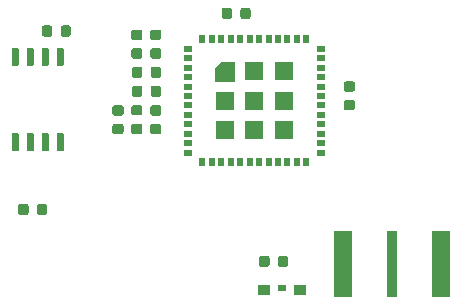
<source format=gbr>
G04 #@! TF.GenerationSoftware,KiCad,Pcbnew,(5.1.4)-1*
G04 #@! TF.CreationDate,2020-02-25T16:56:55+01:00*
G04 #@! TF.ProjectId,Master Thesis PCB,4d617374-6572-4205-9468-657369732050,rev?*
G04 #@! TF.SameCoordinates,Original*
G04 #@! TF.FileFunction,Paste,Top*
G04 #@! TF.FilePolarity,Positive*
%FSLAX46Y46*%
G04 Gerber Fmt 4.6, Leading zero omitted, Abs format (unit mm)*
G04 Created by KiCad (PCBNEW (5.1.4)-1) date 2020-02-25 16:56:55*
%MOMM*%
%LPD*%
G04 APERTURE LIST*
%ADD10C,0.001000*%
%ADD11R,1.000000X0.900000*%
%ADD12R,0.800000X0.600000*%
%ADD13C,0.100000*%
%ADD14C,0.875000*%
%ADD15C,0.600000*%
%ADD16R,0.800000X0.500000*%
%ADD17R,0.500000X0.800000*%
%ADD18R,1.600000X1.600000*%
%ADD19R,0.800000X0.800000*%
%ADD20R,1.650000X5.600000*%
%ADD21R,0.900000X5.600000*%
G04 APERTURE END LIST*
D10*
G36*
X125650000Y-89300000D02*
G01*
X125650000Y-90900000D01*
X124050000Y-90900000D01*
X124050000Y-89800000D01*
X124550000Y-89300000D01*
X125650000Y-89300000D01*
G37*
X125650000Y-89300000D02*
X125650000Y-90900000D01*
X124050000Y-90900000D01*
X124050000Y-89800000D01*
X124550000Y-89300000D01*
X125650000Y-89300000D01*
D11*
X131200000Y-108600000D03*
X128200000Y-108600000D03*
D12*
X129700000Y-108450000D03*
D13*
G36*
X128440191Y-105726053D02*
G01*
X128461426Y-105729203D01*
X128482250Y-105734419D01*
X128502462Y-105741651D01*
X128521868Y-105750830D01*
X128540281Y-105761866D01*
X128557524Y-105774654D01*
X128573430Y-105789070D01*
X128587846Y-105804976D01*
X128600634Y-105822219D01*
X128611670Y-105840632D01*
X128620849Y-105860038D01*
X128628081Y-105880250D01*
X128633297Y-105901074D01*
X128636447Y-105922309D01*
X128637500Y-105943750D01*
X128637500Y-106456250D01*
X128636447Y-106477691D01*
X128633297Y-106498926D01*
X128628081Y-106519750D01*
X128620849Y-106539962D01*
X128611670Y-106559368D01*
X128600634Y-106577781D01*
X128587846Y-106595024D01*
X128573430Y-106610930D01*
X128557524Y-106625346D01*
X128540281Y-106638134D01*
X128521868Y-106649170D01*
X128502462Y-106658349D01*
X128482250Y-106665581D01*
X128461426Y-106670797D01*
X128440191Y-106673947D01*
X128418750Y-106675000D01*
X127981250Y-106675000D01*
X127959809Y-106673947D01*
X127938574Y-106670797D01*
X127917750Y-106665581D01*
X127897538Y-106658349D01*
X127878132Y-106649170D01*
X127859719Y-106638134D01*
X127842476Y-106625346D01*
X127826570Y-106610930D01*
X127812154Y-106595024D01*
X127799366Y-106577781D01*
X127788330Y-106559368D01*
X127779151Y-106539962D01*
X127771919Y-106519750D01*
X127766703Y-106498926D01*
X127763553Y-106477691D01*
X127762500Y-106456250D01*
X127762500Y-105943750D01*
X127763553Y-105922309D01*
X127766703Y-105901074D01*
X127771919Y-105880250D01*
X127779151Y-105860038D01*
X127788330Y-105840632D01*
X127799366Y-105822219D01*
X127812154Y-105804976D01*
X127826570Y-105789070D01*
X127842476Y-105774654D01*
X127859719Y-105761866D01*
X127878132Y-105750830D01*
X127897538Y-105741651D01*
X127917750Y-105734419D01*
X127938574Y-105729203D01*
X127959809Y-105726053D01*
X127981250Y-105725000D01*
X128418750Y-105725000D01*
X128440191Y-105726053D01*
X128440191Y-105726053D01*
G37*
D14*
X128200000Y-106200000D03*
D13*
G36*
X130015191Y-105726053D02*
G01*
X130036426Y-105729203D01*
X130057250Y-105734419D01*
X130077462Y-105741651D01*
X130096868Y-105750830D01*
X130115281Y-105761866D01*
X130132524Y-105774654D01*
X130148430Y-105789070D01*
X130162846Y-105804976D01*
X130175634Y-105822219D01*
X130186670Y-105840632D01*
X130195849Y-105860038D01*
X130203081Y-105880250D01*
X130208297Y-105901074D01*
X130211447Y-105922309D01*
X130212500Y-105943750D01*
X130212500Y-106456250D01*
X130211447Y-106477691D01*
X130208297Y-106498926D01*
X130203081Y-106519750D01*
X130195849Y-106539962D01*
X130186670Y-106559368D01*
X130175634Y-106577781D01*
X130162846Y-106595024D01*
X130148430Y-106610930D01*
X130132524Y-106625346D01*
X130115281Y-106638134D01*
X130096868Y-106649170D01*
X130077462Y-106658349D01*
X130057250Y-106665581D01*
X130036426Y-106670797D01*
X130015191Y-106673947D01*
X129993750Y-106675000D01*
X129556250Y-106675000D01*
X129534809Y-106673947D01*
X129513574Y-106670797D01*
X129492750Y-106665581D01*
X129472538Y-106658349D01*
X129453132Y-106649170D01*
X129434719Y-106638134D01*
X129417476Y-106625346D01*
X129401570Y-106610930D01*
X129387154Y-106595024D01*
X129374366Y-106577781D01*
X129363330Y-106559368D01*
X129354151Y-106539962D01*
X129346919Y-106519750D01*
X129341703Y-106498926D01*
X129338553Y-106477691D01*
X129337500Y-106456250D01*
X129337500Y-105943750D01*
X129338553Y-105922309D01*
X129341703Y-105901074D01*
X129346919Y-105880250D01*
X129354151Y-105860038D01*
X129363330Y-105840632D01*
X129374366Y-105822219D01*
X129387154Y-105804976D01*
X129401570Y-105789070D01*
X129417476Y-105774654D01*
X129434719Y-105761866D01*
X129453132Y-105750830D01*
X129472538Y-105741651D01*
X129492750Y-105734419D01*
X129513574Y-105729203D01*
X129534809Y-105726053D01*
X129556250Y-105725000D01*
X129993750Y-105725000D01*
X130015191Y-105726053D01*
X130015191Y-105726053D01*
G37*
D14*
X129775000Y-106200000D03*
D13*
G36*
X108040191Y-101326053D02*
G01*
X108061426Y-101329203D01*
X108082250Y-101334419D01*
X108102462Y-101341651D01*
X108121868Y-101350830D01*
X108140281Y-101361866D01*
X108157524Y-101374654D01*
X108173430Y-101389070D01*
X108187846Y-101404976D01*
X108200634Y-101422219D01*
X108211670Y-101440632D01*
X108220849Y-101460038D01*
X108228081Y-101480250D01*
X108233297Y-101501074D01*
X108236447Y-101522309D01*
X108237500Y-101543750D01*
X108237500Y-102056250D01*
X108236447Y-102077691D01*
X108233297Y-102098926D01*
X108228081Y-102119750D01*
X108220849Y-102139962D01*
X108211670Y-102159368D01*
X108200634Y-102177781D01*
X108187846Y-102195024D01*
X108173430Y-102210930D01*
X108157524Y-102225346D01*
X108140281Y-102238134D01*
X108121868Y-102249170D01*
X108102462Y-102258349D01*
X108082250Y-102265581D01*
X108061426Y-102270797D01*
X108040191Y-102273947D01*
X108018750Y-102275000D01*
X107581250Y-102275000D01*
X107559809Y-102273947D01*
X107538574Y-102270797D01*
X107517750Y-102265581D01*
X107497538Y-102258349D01*
X107478132Y-102249170D01*
X107459719Y-102238134D01*
X107442476Y-102225346D01*
X107426570Y-102210930D01*
X107412154Y-102195024D01*
X107399366Y-102177781D01*
X107388330Y-102159368D01*
X107379151Y-102139962D01*
X107371919Y-102119750D01*
X107366703Y-102098926D01*
X107363553Y-102077691D01*
X107362500Y-102056250D01*
X107362500Y-101543750D01*
X107363553Y-101522309D01*
X107366703Y-101501074D01*
X107371919Y-101480250D01*
X107379151Y-101460038D01*
X107388330Y-101440632D01*
X107399366Y-101422219D01*
X107412154Y-101404976D01*
X107426570Y-101389070D01*
X107442476Y-101374654D01*
X107459719Y-101361866D01*
X107478132Y-101350830D01*
X107497538Y-101341651D01*
X107517750Y-101334419D01*
X107538574Y-101329203D01*
X107559809Y-101326053D01*
X107581250Y-101325000D01*
X108018750Y-101325000D01*
X108040191Y-101326053D01*
X108040191Y-101326053D01*
G37*
D14*
X107800000Y-101800000D03*
D13*
G36*
X109615191Y-101326053D02*
G01*
X109636426Y-101329203D01*
X109657250Y-101334419D01*
X109677462Y-101341651D01*
X109696868Y-101350830D01*
X109715281Y-101361866D01*
X109732524Y-101374654D01*
X109748430Y-101389070D01*
X109762846Y-101404976D01*
X109775634Y-101422219D01*
X109786670Y-101440632D01*
X109795849Y-101460038D01*
X109803081Y-101480250D01*
X109808297Y-101501074D01*
X109811447Y-101522309D01*
X109812500Y-101543750D01*
X109812500Y-102056250D01*
X109811447Y-102077691D01*
X109808297Y-102098926D01*
X109803081Y-102119750D01*
X109795849Y-102139962D01*
X109786670Y-102159368D01*
X109775634Y-102177781D01*
X109762846Y-102195024D01*
X109748430Y-102210930D01*
X109732524Y-102225346D01*
X109715281Y-102238134D01*
X109696868Y-102249170D01*
X109677462Y-102258349D01*
X109657250Y-102265581D01*
X109636426Y-102270797D01*
X109615191Y-102273947D01*
X109593750Y-102275000D01*
X109156250Y-102275000D01*
X109134809Y-102273947D01*
X109113574Y-102270797D01*
X109092750Y-102265581D01*
X109072538Y-102258349D01*
X109053132Y-102249170D01*
X109034719Y-102238134D01*
X109017476Y-102225346D01*
X109001570Y-102210930D01*
X108987154Y-102195024D01*
X108974366Y-102177781D01*
X108963330Y-102159368D01*
X108954151Y-102139962D01*
X108946919Y-102119750D01*
X108941703Y-102098926D01*
X108938553Y-102077691D01*
X108937500Y-102056250D01*
X108937500Y-101543750D01*
X108938553Y-101522309D01*
X108941703Y-101501074D01*
X108946919Y-101480250D01*
X108954151Y-101460038D01*
X108963330Y-101440632D01*
X108974366Y-101422219D01*
X108987154Y-101404976D01*
X109001570Y-101389070D01*
X109017476Y-101374654D01*
X109034719Y-101361866D01*
X109053132Y-101350830D01*
X109072538Y-101341651D01*
X109092750Y-101334419D01*
X109113574Y-101329203D01*
X109134809Y-101326053D01*
X109156250Y-101325000D01*
X109593750Y-101325000D01*
X109615191Y-101326053D01*
X109615191Y-101326053D01*
G37*
D14*
X109375000Y-101800000D03*
D13*
G36*
X107259703Y-88100722D02*
G01*
X107274264Y-88102882D01*
X107288543Y-88106459D01*
X107302403Y-88111418D01*
X107315710Y-88117712D01*
X107328336Y-88125280D01*
X107340159Y-88134048D01*
X107351066Y-88143934D01*
X107360952Y-88154841D01*
X107369720Y-88166664D01*
X107377288Y-88179290D01*
X107383582Y-88192597D01*
X107388541Y-88206457D01*
X107392118Y-88220736D01*
X107394278Y-88235297D01*
X107395000Y-88250000D01*
X107395000Y-89550000D01*
X107394278Y-89564703D01*
X107392118Y-89579264D01*
X107388541Y-89593543D01*
X107383582Y-89607403D01*
X107377288Y-89620710D01*
X107369720Y-89633336D01*
X107360952Y-89645159D01*
X107351066Y-89656066D01*
X107340159Y-89665952D01*
X107328336Y-89674720D01*
X107315710Y-89682288D01*
X107302403Y-89688582D01*
X107288543Y-89693541D01*
X107274264Y-89697118D01*
X107259703Y-89699278D01*
X107245000Y-89700000D01*
X106945000Y-89700000D01*
X106930297Y-89699278D01*
X106915736Y-89697118D01*
X106901457Y-89693541D01*
X106887597Y-89688582D01*
X106874290Y-89682288D01*
X106861664Y-89674720D01*
X106849841Y-89665952D01*
X106838934Y-89656066D01*
X106829048Y-89645159D01*
X106820280Y-89633336D01*
X106812712Y-89620710D01*
X106806418Y-89607403D01*
X106801459Y-89593543D01*
X106797882Y-89579264D01*
X106795722Y-89564703D01*
X106795000Y-89550000D01*
X106795000Y-88250000D01*
X106795722Y-88235297D01*
X106797882Y-88220736D01*
X106801459Y-88206457D01*
X106806418Y-88192597D01*
X106812712Y-88179290D01*
X106820280Y-88166664D01*
X106829048Y-88154841D01*
X106838934Y-88143934D01*
X106849841Y-88134048D01*
X106861664Y-88125280D01*
X106874290Y-88117712D01*
X106887597Y-88111418D01*
X106901457Y-88106459D01*
X106915736Y-88102882D01*
X106930297Y-88100722D01*
X106945000Y-88100000D01*
X107245000Y-88100000D01*
X107259703Y-88100722D01*
X107259703Y-88100722D01*
G37*
D15*
X107095000Y-88900000D03*
D13*
G36*
X108529703Y-88100722D02*
G01*
X108544264Y-88102882D01*
X108558543Y-88106459D01*
X108572403Y-88111418D01*
X108585710Y-88117712D01*
X108598336Y-88125280D01*
X108610159Y-88134048D01*
X108621066Y-88143934D01*
X108630952Y-88154841D01*
X108639720Y-88166664D01*
X108647288Y-88179290D01*
X108653582Y-88192597D01*
X108658541Y-88206457D01*
X108662118Y-88220736D01*
X108664278Y-88235297D01*
X108665000Y-88250000D01*
X108665000Y-89550000D01*
X108664278Y-89564703D01*
X108662118Y-89579264D01*
X108658541Y-89593543D01*
X108653582Y-89607403D01*
X108647288Y-89620710D01*
X108639720Y-89633336D01*
X108630952Y-89645159D01*
X108621066Y-89656066D01*
X108610159Y-89665952D01*
X108598336Y-89674720D01*
X108585710Y-89682288D01*
X108572403Y-89688582D01*
X108558543Y-89693541D01*
X108544264Y-89697118D01*
X108529703Y-89699278D01*
X108515000Y-89700000D01*
X108215000Y-89700000D01*
X108200297Y-89699278D01*
X108185736Y-89697118D01*
X108171457Y-89693541D01*
X108157597Y-89688582D01*
X108144290Y-89682288D01*
X108131664Y-89674720D01*
X108119841Y-89665952D01*
X108108934Y-89656066D01*
X108099048Y-89645159D01*
X108090280Y-89633336D01*
X108082712Y-89620710D01*
X108076418Y-89607403D01*
X108071459Y-89593543D01*
X108067882Y-89579264D01*
X108065722Y-89564703D01*
X108065000Y-89550000D01*
X108065000Y-88250000D01*
X108065722Y-88235297D01*
X108067882Y-88220736D01*
X108071459Y-88206457D01*
X108076418Y-88192597D01*
X108082712Y-88179290D01*
X108090280Y-88166664D01*
X108099048Y-88154841D01*
X108108934Y-88143934D01*
X108119841Y-88134048D01*
X108131664Y-88125280D01*
X108144290Y-88117712D01*
X108157597Y-88111418D01*
X108171457Y-88106459D01*
X108185736Y-88102882D01*
X108200297Y-88100722D01*
X108215000Y-88100000D01*
X108515000Y-88100000D01*
X108529703Y-88100722D01*
X108529703Y-88100722D01*
G37*
D15*
X108365000Y-88900000D03*
D13*
G36*
X109799703Y-88100722D02*
G01*
X109814264Y-88102882D01*
X109828543Y-88106459D01*
X109842403Y-88111418D01*
X109855710Y-88117712D01*
X109868336Y-88125280D01*
X109880159Y-88134048D01*
X109891066Y-88143934D01*
X109900952Y-88154841D01*
X109909720Y-88166664D01*
X109917288Y-88179290D01*
X109923582Y-88192597D01*
X109928541Y-88206457D01*
X109932118Y-88220736D01*
X109934278Y-88235297D01*
X109935000Y-88250000D01*
X109935000Y-89550000D01*
X109934278Y-89564703D01*
X109932118Y-89579264D01*
X109928541Y-89593543D01*
X109923582Y-89607403D01*
X109917288Y-89620710D01*
X109909720Y-89633336D01*
X109900952Y-89645159D01*
X109891066Y-89656066D01*
X109880159Y-89665952D01*
X109868336Y-89674720D01*
X109855710Y-89682288D01*
X109842403Y-89688582D01*
X109828543Y-89693541D01*
X109814264Y-89697118D01*
X109799703Y-89699278D01*
X109785000Y-89700000D01*
X109485000Y-89700000D01*
X109470297Y-89699278D01*
X109455736Y-89697118D01*
X109441457Y-89693541D01*
X109427597Y-89688582D01*
X109414290Y-89682288D01*
X109401664Y-89674720D01*
X109389841Y-89665952D01*
X109378934Y-89656066D01*
X109369048Y-89645159D01*
X109360280Y-89633336D01*
X109352712Y-89620710D01*
X109346418Y-89607403D01*
X109341459Y-89593543D01*
X109337882Y-89579264D01*
X109335722Y-89564703D01*
X109335000Y-89550000D01*
X109335000Y-88250000D01*
X109335722Y-88235297D01*
X109337882Y-88220736D01*
X109341459Y-88206457D01*
X109346418Y-88192597D01*
X109352712Y-88179290D01*
X109360280Y-88166664D01*
X109369048Y-88154841D01*
X109378934Y-88143934D01*
X109389841Y-88134048D01*
X109401664Y-88125280D01*
X109414290Y-88117712D01*
X109427597Y-88111418D01*
X109441457Y-88106459D01*
X109455736Y-88102882D01*
X109470297Y-88100722D01*
X109485000Y-88100000D01*
X109785000Y-88100000D01*
X109799703Y-88100722D01*
X109799703Y-88100722D01*
G37*
D15*
X109635000Y-88900000D03*
D13*
G36*
X111069703Y-88100722D02*
G01*
X111084264Y-88102882D01*
X111098543Y-88106459D01*
X111112403Y-88111418D01*
X111125710Y-88117712D01*
X111138336Y-88125280D01*
X111150159Y-88134048D01*
X111161066Y-88143934D01*
X111170952Y-88154841D01*
X111179720Y-88166664D01*
X111187288Y-88179290D01*
X111193582Y-88192597D01*
X111198541Y-88206457D01*
X111202118Y-88220736D01*
X111204278Y-88235297D01*
X111205000Y-88250000D01*
X111205000Y-89550000D01*
X111204278Y-89564703D01*
X111202118Y-89579264D01*
X111198541Y-89593543D01*
X111193582Y-89607403D01*
X111187288Y-89620710D01*
X111179720Y-89633336D01*
X111170952Y-89645159D01*
X111161066Y-89656066D01*
X111150159Y-89665952D01*
X111138336Y-89674720D01*
X111125710Y-89682288D01*
X111112403Y-89688582D01*
X111098543Y-89693541D01*
X111084264Y-89697118D01*
X111069703Y-89699278D01*
X111055000Y-89700000D01*
X110755000Y-89700000D01*
X110740297Y-89699278D01*
X110725736Y-89697118D01*
X110711457Y-89693541D01*
X110697597Y-89688582D01*
X110684290Y-89682288D01*
X110671664Y-89674720D01*
X110659841Y-89665952D01*
X110648934Y-89656066D01*
X110639048Y-89645159D01*
X110630280Y-89633336D01*
X110622712Y-89620710D01*
X110616418Y-89607403D01*
X110611459Y-89593543D01*
X110607882Y-89579264D01*
X110605722Y-89564703D01*
X110605000Y-89550000D01*
X110605000Y-88250000D01*
X110605722Y-88235297D01*
X110607882Y-88220736D01*
X110611459Y-88206457D01*
X110616418Y-88192597D01*
X110622712Y-88179290D01*
X110630280Y-88166664D01*
X110639048Y-88154841D01*
X110648934Y-88143934D01*
X110659841Y-88134048D01*
X110671664Y-88125280D01*
X110684290Y-88117712D01*
X110697597Y-88111418D01*
X110711457Y-88106459D01*
X110725736Y-88102882D01*
X110740297Y-88100722D01*
X110755000Y-88100000D01*
X111055000Y-88100000D01*
X111069703Y-88100722D01*
X111069703Y-88100722D01*
G37*
D15*
X110905000Y-88900000D03*
D13*
G36*
X111069703Y-95300722D02*
G01*
X111084264Y-95302882D01*
X111098543Y-95306459D01*
X111112403Y-95311418D01*
X111125710Y-95317712D01*
X111138336Y-95325280D01*
X111150159Y-95334048D01*
X111161066Y-95343934D01*
X111170952Y-95354841D01*
X111179720Y-95366664D01*
X111187288Y-95379290D01*
X111193582Y-95392597D01*
X111198541Y-95406457D01*
X111202118Y-95420736D01*
X111204278Y-95435297D01*
X111205000Y-95450000D01*
X111205000Y-96750000D01*
X111204278Y-96764703D01*
X111202118Y-96779264D01*
X111198541Y-96793543D01*
X111193582Y-96807403D01*
X111187288Y-96820710D01*
X111179720Y-96833336D01*
X111170952Y-96845159D01*
X111161066Y-96856066D01*
X111150159Y-96865952D01*
X111138336Y-96874720D01*
X111125710Y-96882288D01*
X111112403Y-96888582D01*
X111098543Y-96893541D01*
X111084264Y-96897118D01*
X111069703Y-96899278D01*
X111055000Y-96900000D01*
X110755000Y-96900000D01*
X110740297Y-96899278D01*
X110725736Y-96897118D01*
X110711457Y-96893541D01*
X110697597Y-96888582D01*
X110684290Y-96882288D01*
X110671664Y-96874720D01*
X110659841Y-96865952D01*
X110648934Y-96856066D01*
X110639048Y-96845159D01*
X110630280Y-96833336D01*
X110622712Y-96820710D01*
X110616418Y-96807403D01*
X110611459Y-96793543D01*
X110607882Y-96779264D01*
X110605722Y-96764703D01*
X110605000Y-96750000D01*
X110605000Y-95450000D01*
X110605722Y-95435297D01*
X110607882Y-95420736D01*
X110611459Y-95406457D01*
X110616418Y-95392597D01*
X110622712Y-95379290D01*
X110630280Y-95366664D01*
X110639048Y-95354841D01*
X110648934Y-95343934D01*
X110659841Y-95334048D01*
X110671664Y-95325280D01*
X110684290Y-95317712D01*
X110697597Y-95311418D01*
X110711457Y-95306459D01*
X110725736Y-95302882D01*
X110740297Y-95300722D01*
X110755000Y-95300000D01*
X111055000Y-95300000D01*
X111069703Y-95300722D01*
X111069703Y-95300722D01*
G37*
D15*
X110905000Y-96100000D03*
D13*
G36*
X109799703Y-95300722D02*
G01*
X109814264Y-95302882D01*
X109828543Y-95306459D01*
X109842403Y-95311418D01*
X109855710Y-95317712D01*
X109868336Y-95325280D01*
X109880159Y-95334048D01*
X109891066Y-95343934D01*
X109900952Y-95354841D01*
X109909720Y-95366664D01*
X109917288Y-95379290D01*
X109923582Y-95392597D01*
X109928541Y-95406457D01*
X109932118Y-95420736D01*
X109934278Y-95435297D01*
X109935000Y-95450000D01*
X109935000Y-96750000D01*
X109934278Y-96764703D01*
X109932118Y-96779264D01*
X109928541Y-96793543D01*
X109923582Y-96807403D01*
X109917288Y-96820710D01*
X109909720Y-96833336D01*
X109900952Y-96845159D01*
X109891066Y-96856066D01*
X109880159Y-96865952D01*
X109868336Y-96874720D01*
X109855710Y-96882288D01*
X109842403Y-96888582D01*
X109828543Y-96893541D01*
X109814264Y-96897118D01*
X109799703Y-96899278D01*
X109785000Y-96900000D01*
X109485000Y-96900000D01*
X109470297Y-96899278D01*
X109455736Y-96897118D01*
X109441457Y-96893541D01*
X109427597Y-96888582D01*
X109414290Y-96882288D01*
X109401664Y-96874720D01*
X109389841Y-96865952D01*
X109378934Y-96856066D01*
X109369048Y-96845159D01*
X109360280Y-96833336D01*
X109352712Y-96820710D01*
X109346418Y-96807403D01*
X109341459Y-96793543D01*
X109337882Y-96779264D01*
X109335722Y-96764703D01*
X109335000Y-96750000D01*
X109335000Y-95450000D01*
X109335722Y-95435297D01*
X109337882Y-95420736D01*
X109341459Y-95406457D01*
X109346418Y-95392597D01*
X109352712Y-95379290D01*
X109360280Y-95366664D01*
X109369048Y-95354841D01*
X109378934Y-95343934D01*
X109389841Y-95334048D01*
X109401664Y-95325280D01*
X109414290Y-95317712D01*
X109427597Y-95311418D01*
X109441457Y-95306459D01*
X109455736Y-95302882D01*
X109470297Y-95300722D01*
X109485000Y-95300000D01*
X109785000Y-95300000D01*
X109799703Y-95300722D01*
X109799703Y-95300722D01*
G37*
D15*
X109635000Y-96100000D03*
D13*
G36*
X108529703Y-95300722D02*
G01*
X108544264Y-95302882D01*
X108558543Y-95306459D01*
X108572403Y-95311418D01*
X108585710Y-95317712D01*
X108598336Y-95325280D01*
X108610159Y-95334048D01*
X108621066Y-95343934D01*
X108630952Y-95354841D01*
X108639720Y-95366664D01*
X108647288Y-95379290D01*
X108653582Y-95392597D01*
X108658541Y-95406457D01*
X108662118Y-95420736D01*
X108664278Y-95435297D01*
X108665000Y-95450000D01*
X108665000Y-96750000D01*
X108664278Y-96764703D01*
X108662118Y-96779264D01*
X108658541Y-96793543D01*
X108653582Y-96807403D01*
X108647288Y-96820710D01*
X108639720Y-96833336D01*
X108630952Y-96845159D01*
X108621066Y-96856066D01*
X108610159Y-96865952D01*
X108598336Y-96874720D01*
X108585710Y-96882288D01*
X108572403Y-96888582D01*
X108558543Y-96893541D01*
X108544264Y-96897118D01*
X108529703Y-96899278D01*
X108515000Y-96900000D01*
X108215000Y-96900000D01*
X108200297Y-96899278D01*
X108185736Y-96897118D01*
X108171457Y-96893541D01*
X108157597Y-96888582D01*
X108144290Y-96882288D01*
X108131664Y-96874720D01*
X108119841Y-96865952D01*
X108108934Y-96856066D01*
X108099048Y-96845159D01*
X108090280Y-96833336D01*
X108082712Y-96820710D01*
X108076418Y-96807403D01*
X108071459Y-96793543D01*
X108067882Y-96779264D01*
X108065722Y-96764703D01*
X108065000Y-96750000D01*
X108065000Y-95450000D01*
X108065722Y-95435297D01*
X108067882Y-95420736D01*
X108071459Y-95406457D01*
X108076418Y-95392597D01*
X108082712Y-95379290D01*
X108090280Y-95366664D01*
X108099048Y-95354841D01*
X108108934Y-95343934D01*
X108119841Y-95334048D01*
X108131664Y-95325280D01*
X108144290Y-95317712D01*
X108157597Y-95311418D01*
X108171457Y-95306459D01*
X108185736Y-95302882D01*
X108200297Y-95300722D01*
X108215000Y-95300000D01*
X108515000Y-95300000D01*
X108529703Y-95300722D01*
X108529703Y-95300722D01*
G37*
D15*
X108365000Y-96100000D03*
D13*
G36*
X107259703Y-95300722D02*
G01*
X107274264Y-95302882D01*
X107288543Y-95306459D01*
X107302403Y-95311418D01*
X107315710Y-95317712D01*
X107328336Y-95325280D01*
X107340159Y-95334048D01*
X107351066Y-95343934D01*
X107360952Y-95354841D01*
X107369720Y-95366664D01*
X107377288Y-95379290D01*
X107383582Y-95392597D01*
X107388541Y-95406457D01*
X107392118Y-95420736D01*
X107394278Y-95435297D01*
X107395000Y-95450000D01*
X107395000Y-96750000D01*
X107394278Y-96764703D01*
X107392118Y-96779264D01*
X107388541Y-96793543D01*
X107383582Y-96807403D01*
X107377288Y-96820710D01*
X107369720Y-96833336D01*
X107360952Y-96845159D01*
X107351066Y-96856066D01*
X107340159Y-96865952D01*
X107328336Y-96874720D01*
X107315710Y-96882288D01*
X107302403Y-96888582D01*
X107288543Y-96893541D01*
X107274264Y-96897118D01*
X107259703Y-96899278D01*
X107245000Y-96900000D01*
X106945000Y-96900000D01*
X106930297Y-96899278D01*
X106915736Y-96897118D01*
X106901457Y-96893541D01*
X106887597Y-96888582D01*
X106874290Y-96882288D01*
X106861664Y-96874720D01*
X106849841Y-96865952D01*
X106838934Y-96856066D01*
X106829048Y-96845159D01*
X106820280Y-96833336D01*
X106812712Y-96820710D01*
X106806418Y-96807403D01*
X106801459Y-96793543D01*
X106797882Y-96779264D01*
X106795722Y-96764703D01*
X106795000Y-96750000D01*
X106795000Y-95450000D01*
X106795722Y-95435297D01*
X106797882Y-95420736D01*
X106801459Y-95406457D01*
X106806418Y-95392597D01*
X106812712Y-95379290D01*
X106820280Y-95366664D01*
X106829048Y-95354841D01*
X106838934Y-95343934D01*
X106849841Y-95334048D01*
X106861664Y-95325280D01*
X106874290Y-95317712D01*
X106887597Y-95311418D01*
X106901457Y-95306459D01*
X106915736Y-95302882D01*
X106930297Y-95300722D01*
X106945000Y-95300000D01*
X107245000Y-95300000D01*
X107259703Y-95300722D01*
X107259703Y-95300722D01*
G37*
D15*
X107095000Y-96100000D03*
D13*
G36*
X111615191Y-86226053D02*
G01*
X111636426Y-86229203D01*
X111657250Y-86234419D01*
X111677462Y-86241651D01*
X111696868Y-86250830D01*
X111715281Y-86261866D01*
X111732524Y-86274654D01*
X111748430Y-86289070D01*
X111762846Y-86304976D01*
X111775634Y-86322219D01*
X111786670Y-86340632D01*
X111795849Y-86360038D01*
X111803081Y-86380250D01*
X111808297Y-86401074D01*
X111811447Y-86422309D01*
X111812500Y-86443750D01*
X111812500Y-86956250D01*
X111811447Y-86977691D01*
X111808297Y-86998926D01*
X111803081Y-87019750D01*
X111795849Y-87039962D01*
X111786670Y-87059368D01*
X111775634Y-87077781D01*
X111762846Y-87095024D01*
X111748430Y-87110930D01*
X111732524Y-87125346D01*
X111715281Y-87138134D01*
X111696868Y-87149170D01*
X111677462Y-87158349D01*
X111657250Y-87165581D01*
X111636426Y-87170797D01*
X111615191Y-87173947D01*
X111593750Y-87175000D01*
X111156250Y-87175000D01*
X111134809Y-87173947D01*
X111113574Y-87170797D01*
X111092750Y-87165581D01*
X111072538Y-87158349D01*
X111053132Y-87149170D01*
X111034719Y-87138134D01*
X111017476Y-87125346D01*
X111001570Y-87110930D01*
X110987154Y-87095024D01*
X110974366Y-87077781D01*
X110963330Y-87059368D01*
X110954151Y-87039962D01*
X110946919Y-87019750D01*
X110941703Y-86998926D01*
X110938553Y-86977691D01*
X110937500Y-86956250D01*
X110937500Y-86443750D01*
X110938553Y-86422309D01*
X110941703Y-86401074D01*
X110946919Y-86380250D01*
X110954151Y-86360038D01*
X110963330Y-86340632D01*
X110974366Y-86322219D01*
X110987154Y-86304976D01*
X111001570Y-86289070D01*
X111017476Y-86274654D01*
X111034719Y-86261866D01*
X111053132Y-86250830D01*
X111072538Y-86241651D01*
X111092750Y-86234419D01*
X111113574Y-86229203D01*
X111134809Y-86226053D01*
X111156250Y-86225000D01*
X111593750Y-86225000D01*
X111615191Y-86226053D01*
X111615191Y-86226053D01*
G37*
D14*
X111375000Y-86700000D03*
D13*
G36*
X110040191Y-86226053D02*
G01*
X110061426Y-86229203D01*
X110082250Y-86234419D01*
X110102462Y-86241651D01*
X110121868Y-86250830D01*
X110140281Y-86261866D01*
X110157524Y-86274654D01*
X110173430Y-86289070D01*
X110187846Y-86304976D01*
X110200634Y-86322219D01*
X110211670Y-86340632D01*
X110220849Y-86360038D01*
X110228081Y-86380250D01*
X110233297Y-86401074D01*
X110236447Y-86422309D01*
X110237500Y-86443750D01*
X110237500Y-86956250D01*
X110236447Y-86977691D01*
X110233297Y-86998926D01*
X110228081Y-87019750D01*
X110220849Y-87039962D01*
X110211670Y-87059368D01*
X110200634Y-87077781D01*
X110187846Y-87095024D01*
X110173430Y-87110930D01*
X110157524Y-87125346D01*
X110140281Y-87138134D01*
X110121868Y-87149170D01*
X110102462Y-87158349D01*
X110082250Y-87165581D01*
X110061426Y-87170797D01*
X110040191Y-87173947D01*
X110018750Y-87175000D01*
X109581250Y-87175000D01*
X109559809Y-87173947D01*
X109538574Y-87170797D01*
X109517750Y-87165581D01*
X109497538Y-87158349D01*
X109478132Y-87149170D01*
X109459719Y-87138134D01*
X109442476Y-87125346D01*
X109426570Y-87110930D01*
X109412154Y-87095024D01*
X109399366Y-87077781D01*
X109388330Y-87059368D01*
X109379151Y-87039962D01*
X109371919Y-87019750D01*
X109366703Y-86998926D01*
X109363553Y-86977691D01*
X109362500Y-86956250D01*
X109362500Y-86443750D01*
X109363553Y-86422309D01*
X109366703Y-86401074D01*
X109371919Y-86380250D01*
X109379151Y-86360038D01*
X109388330Y-86340632D01*
X109399366Y-86322219D01*
X109412154Y-86304976D01*
X109426570Y-86289070D01*
X109442476Y-86274654D01*
X109459719Y-86261866D01*
X109478132Y-86250830D01*
X109497538Y-86241651D01*
X109517750Y-86234419D01*
X109538574Y-86229203D01*
X109559809Y-86226053D01*
X109581250Y-86225000D01*
X110018750Y-86225000D01*
X110040191Y-86226053D01*
X110040191Y-86226053D01*
G37*
D14*
X109800000Y-86700000D03*
D16*
X121700000Y-92200000D03*
X121700000Y-91400000D03*
X121700000Y-90600000D03*
X121700000Y-89800000D03*
X121700000Y-89000000D03*
X121700000Y-88200000D03*
X121700000Y-93000000D03*
X121700000Y-93800000D03*
X121700000Y-94600000D03*
X121700000Y-95400000D03*
X121700000Y-96200000D03*
X121700000Y-97000000D03*
D17*
X122950000Y-97800000D03*
X123750000Y-97800000D03*
X124550000Y-97800000D03*
X125350000Y-97800000D03*
X126150000Y-97800000D03*
X126950000Y-97800000D03*
X127750000Y-97800000D03*
X128550000Y-97800000D03*
X129350000Y-97800000D03*
X130150000Y-97800000D03*
X130950000Y-97800000D03*
X131750000Y-97800000D03*
D16*
X133000000Y-97000000D03*
X133000000Y-96200000D03*
X133000000Y-95400000D03*
X133000000Y-94600000D03*
X133000000Y-93800000D03*
X133000000Y-93000000D03*
X133000000Y-92200000D03*
X133000000Y-91400000D03*
X133000000Y-90600000D03*
X133000000Y-89800000D03*
X133000000Y-89000000D03*
X133000000Y-88200000D03*
D17*
X131750000Y-87400000D03*
X130950000Y-87400000D03*
X130150000Y-87400000D03*
X129350000Y-87400000D03*
X128550000Y-87400000D03*
X127750000Y-87400000D03*
X126950000Y-87400000D03*
X126150000Y-87400000D03*
X125350000Y-87400000D03*
X124550000Y-87400000D03*
X123750000Y-87400000D03*
X122950000Y-87400000D03*
D18*
X127350000Y-92600000D03*
D19*
X124850000Y-90100000D03*
D18*
X127350000Y-90100000D03*
X129850000Y-90100000D03*
X124850000Y-92600000D03*
X129850000Y-92600000D03*
X124850000Y-95100000D03*
X127350000Y-95100000D03*
X129850000Y-95100000D03*
D13*
G36*
X126840191Y-84726053D02*
G01*
X126861426Y-84729203D01*
X126882250Y-84734419D01*
X126902462Y-84741651D01*
X126921868Y-84750830D01*
X126940281Y-84761866D01*
X126957524Y-84774654D01*
X126973430Y-84789070D01*
X126987846Y-84804976D01*
X127000634Y-84822219D01*
X127011670Y-84840632D01*
X127020849Y-84860038D01*
X127028081Y-84880250D01*
X127033297Y-84901074D01*
X127036447Y-84922309D01*
X127037500Y-84943750D01*
X127037500Y-85456250D01*
X127036447Y-85477691D01*
X127033297Y-85498926D01*
X127028081Y-85519750D01*
X127020849Y-85539962D01*
X127011670Y-85559368D01*
X127000634Y-85577781D01*
X126987846Y-85595024D01*
X126973430Y-85610930D01*
X126957524Y-85625346D01*
X126940281Y-85638134D01*
X126921868Y-85649170D01*
X126902462Y-85658349D01*
X126882250Y-85665581D01*
X126861426Y-85670797D01*
X126840191Y-85673947D01*
X126818750Y-85675000D01*
X126381250Y-85675000D01*
X126359809Y-85673947D01*
X126338574Y-85670797D01*
X126317750Y-85665581D01*
X126297538Y-85658349D01*
X126278132Y-85649170D01*
X126259719Y-85638134D01*
X126242476Y-85625346D01*
X126226570Y-85610930D01*
X126212154Y-85595024D01*
X126199366Y-85577781D01*
X126188330Y-85559368D01*
X126179151Y-85539962D01*
X126171919Y-85519750D01*
X126166703Y-85498926D01*
X126163553Y-85477691D01*
X126162500Y-85456250D01*
X126162500Y-84943750D01*
X126163553Y-84922309D01*
X126166703Y-84901074D01*
X126171919Y-84880250D01*
X126179151Y-84860038D01*
X126188330Y-84840632D01*
X126199366Y-84822219D01*
X126212154Y-84804976D01*
X126226570Y-84789070D01*
X126242476Y-84774654D01*
X126259719Y-84761866D01*
X126278132Y-84750830D01*
X126297538Y-84741651D01*
X126317750Y-84734419D01*
X126338574Y-84729203D01*
X126359809Y-84726053D01*
X126381250Y-84725000D01*
X126818750Y-84725000D01*
X126840191Y-84726053D01*
X126840191Y-84726053D01*
G37*
D14*
X126600000Y-85200000D03*
D13*
G36*
X125265191Y-84726053D02*
G01*
X125286426Y-84729203D01*
X125307250Y-84734419D01*
X125327462Y-84741651D01*
X125346868Y-84750830D01*
X125365281Y-84761866D01*
X125382524Y-84774654D01*
X125398430Y-84789070D01*
X125412846Y-84804976D01*
X125425634Y-84822219D01*
X125436670Y-84840632D01*
X125445849Y-84860038D01*
X125453081Y-84880250D01*
X125458297Y-84901074D01*
X125461447Y-84922309D01*
X125462500Y-84943750D01*
X125462500Y-85456250D01*
X125461447Y-85477691D01*
X125458297Y-85498926D01*
X125453081Y-85519750D01*
X125445849Y-85539962D01*
X125436670Y-85559368D01*
X125425634Y-85577781D01*
X125412846Y-85595024D01*
X125398430Y-85610930D01*
X125382524Y-85625346D01*
X125365281Y-85638134D01*
X125346868Y-85649170D01*
X125327462Y-85658349D01*
X125307250Y-85665581D01*
X125286426Y-85670797D01*
X125265191Y-85673947D01*
X125243750Y-85675000D01*
X124806250Y-85675000D01*
X124784809Y-85673947D01*
X124763574Y-85670797D01*
X124742750Y-85665581D01*
X124722538Y-85658349D01*
X124703132Y-85649170D01*
X124684719Y-85638134D01*
X124667476Y-85625346D01*
X124651570Y-85610930D01*
X124637154Y-85595024D01*
X124624366Y-85577781D01*
X124613330Y-85559368D01*
X124604151Y-85539962D01*
X124596919Y-85519750D01*
X124591703Y-85498926D01*
X124588553Y-85477691D01*
X124587500Y-85456250D01*
X124587500Y-84943750D01*
X124588553Y-84922309D01*
X124591703Y-84901074D01*
X124596919Y-84880250D01*
X124604151Y-84860038D01*
X124613330Y-84840632D01*
X124624366Y-84822219D01*
X124637154Y-84804976D01*
X124651570Y-84789070D01*
X124667476Y-84774654D01*
X124684719Y-84761866D01*
X124703132Y-84750830D01*
X124722538Y-84741651D01*
X124742750Y-84734419D01*
X124763574Y-84729203D01*
X124784809Y-84726053D01*
X124806250Y-84725000D01*
X125243750Y-84725000D01*
X125265191Y-84726053D01*
X125265191Y-84726053D01*
G37*
D14*
X125025000Y-85200000D03*
D20*
X143125000Y-106400000D03*
X134875000Y-106400000D03*
D21*
X139000000Y-106400000D03*
D13*
G36*
X135677691Y-92538553D02*
G01*
X135698926Y-92541703D01*
X135719750Y-92546919D01*
X135739962Y-92554151D01*
X135759368Y-92563330D01*
X135777781Y-92574366D01*
X135795024Y-92587154D01*
X135810930Y-92601570D01*
X135825346Y-92617476D01*
X135838134Y-92634719D01*
X135849170Y-92653132D01*
X135858349Y-92672538D01*
X135865581Y-92692750D01*
X135870797Y-92713574D01*
X135873947Y-92734809D01*
X135875000Y-92756250D01*
X135875000Y-93193750D01*
X135873947Y-93215191D01*
X135870797Y-93236426D01*
X135865581Y-93257250D01*
X135858349Y-93277462D01*
X135849170Y-93296868D01*
X135838134Y-93315281D01*
X135825346Y-93332524D01*
X135810930Y-93348430D01*
X135795024Y-93362846D01*
X135777781Y-93375634D01*
X135759368Y-93386670D01*
X135739962Y-93395849D01*
X135719750Y-93403081D01*
X135698926Y-93408297D01*
X135677691Y-93411447D01*
X135656250Y-93412500D01*
X135143750Y-93412500D01*
X135122309Y-93411447D01*
X135101074Y-93408297D01*
X135080250Y-93403081D01*
X135060038Y-93395849D01*
X135040632Y-93386670D01*
X135022219Y-93375634D01*
X135004976Y-93362846D01*
X134989070Y-93348430D01*
X134974654Y-93332524D01*
X134961866Y-93315281D01*
X134950830Y-93296868D01*
X134941651Y-93277462D01*
X134934419Y-93257250D01*
X134929203Y-93236426D01*
X134926053Y-93215191D01*
X134925000Y-93193750D01*
X134925000Y-92756250D01*
X134926053Y-92734809D01*
X134929203Y-92713574D01*
X134934419Y-92692750D01*
X134941651Y-92672538D01*
X134950830Y-92653132D01*
X134961866Y-92634719D01*
X134974654Y-92617476D01*
X134989070Y-92601570D01*
X135004976Y-92587154D01*
X135022219Y-92574366D01*
X135040632Y-92563330D01*
X135060038Y-92554151D01*
X135080250Y-92546919D01*
X135101074Y-92541703D01*
X135122309Y-92538553D01*
X135143750Y-92537500D01*
X135656250Y-92537500D01*
X135677691Y-92538553D01*
X135677691Y-92538553D01*
G37*
D14*
X135400000Y-92975000D03*
D13*
G36*
X135677691Y-90963553D02*
G01*
X135698926Y-90966703D01*
X135719750Y-90971919D01*
X135739962Y-90979151D01*
X135759368Y-90988330D01*
X135777781Y-90999366D01*
X135795024Y-91012154D01*
X135810930Y-91026570D01*
X135825346Y-91042476D01*
X135838134Y-91059719D01*
X135849170Y-91078132D01*
X135858349Y-91097538D01*
X135865581Y-91117750D01*
X135870797Y-91138574D01*
X135873947Y-91159809D01*
X135875000Y-91181250D01*
X135875000Y-91618750D01*
X135873947Y-91640191D01*
X135870797Y-91661426D01*
X135865581Y-91682250D01*
X135858349Y-91702462D01*
X135849170Y-91721868D01*
X135838134Y-91740281D01*
X135825346Y-91757524D01*
X135810930Y-91773430D01*
X135795024Y-91787846D01*
X135777781Y-91800634D01*
X135759368Y-91811670D01*
X135739962Y-91820849D01*
X135719750Y-91828081D01*
X135698926Y-91833297D01*
X135677691Y-91836447D01*
X135656250Y-91837500D01*
X135143750Y-91837500D01*
X135122309Y-91836447D01*
X135101074Y-91833297D01*
X135080250Y-91828081D01*
X135060038Y-91820849D01*
X135040632Y-91811670D01*
X135022219Y-91800634D01*
X135004976Y-91787846D01*
X134989070Y-91773430D01*
X134974654Y-91757524D01*
X134961866Y-91740281D01*
X134950830Y-91721868D01*
X134941651Y-91702462D01*
X134934419Y-91682250D01*
X134929203Y-91661426D01*
X134926053Y-91640191D01*
X134925000Y-91618750D01*
X134925000Y-91181250D01*
X134926053Y-91159809D01*
X134929203Y-91138574D01*
X134934419Y-91117750D01*
X134941651Y-91097538D01*
X134950830Y-91078132D01*
X134961866Y-91059719D01*
X134974654Y-91042476D01*
X134989070Y-91026570D01*
X135004976Y-91012154D01*
X135022219Y-90999366D01*
X135040632Y-90988330D01*
X135060038Y-90979151D01*
X135080250Y-90971919D01*
X135101074Y-90966703D01*
X135122309Y-90963553D01*
X135143750Y-90962500D01*
X135656250Y-90962500D01*
X135677691Y-90963553D01*
X135677691Y-90963553D01*
G37*
D14*
X135400000Y-91400000D03*
D13*
G36*
X116077691Y-94563553D02*
G01*
X116098926Y-94566703D01*
X116119750Y-94571919D01*
X116139962Y-94579151D01*
X116159368Y-94588330D01*
X116177781Y-94599366D01*
X116195024Y-94612154D01*
X116210930Y-94626570D01*
X116225346Y-94642476D01*
X116238134Y-94659719D01*
X116249170Y-94678132D01*
X116258349Y-94697538D01*
X116265581Y-94717750D01*
X116270797Y-94738574D01*
X116273947Y-94759809D01*
X116275000Y-94781250D01*
X116275000Y-95218750D01*
X116273947Y-95240191D01*
X116270797Y-95261426D01*
X116265581Y-95282250D01*
X116258349Y-95302462D01*
X116249170Y-95321868D01*
X116238134Y-95340281D01*
X116225346Y-95357524D01*
X116210930Y-95373430D01*
X116195024Y-95387846D01*
X116177781Y-95400634D01*
X116159368Y-95411670D01*
X116139962Y-95420849D01*
X116119750Y-95428081D01*
X116098926Y-95433297D01*
X116077691Y-95436447D01*
X116056250Y-95437500D01*
X115543750Y-95437500D01*
X115522309Y-95436447D01*
X115501074Y-95433297D01*
X115480250Y-95428081D01*
X115460038Y-95420849D01*
X115440632Y-95411670D01*
X115422219Y-95400634D01*
X115404976Y-95387846D01*
X115389070Y-95373430D01*
X115374654Y-95357524D01*
X115361866Y-95340281D01*
X115350830Y-95321868D01*
X115341651Y-95302462D01*
X115334419Y-95282250D01*
X115329203Y-95261426D01*
X115326053Y-95240191D01*
X115325000Y-95218750D01*
X115325000Y-94781250D01*
X115326053Y-94759809D01*
X115329203Y-94738574D01*
X115334419Y-94717750D01*
X115341651Y-94697538D01*
X115350830Y-94678132D01*
X115361866Y-94659719D01*
X115374654Y-94642476D01*
X115389070Y-94626570D01*
X115404976Y-94612154D01*
X115422219Y-94599366D01*
X115440632Y-94588330D01*
X115460038Y-94579151D01*
X115480250Y-94571919D01*
X115501074Y-94566703D01*
X115522309Y-94563553D01*
X115543750Y-94562500D01*
X116056250Y-94562500D01*
X116077691Y-94563553D01*
X116077691Y-94563553D01*
G37*
D14*
X115800000Y-95000000D03*
D13*
G36*
X116077691Y-92988553D02*
G01*
X116098926Y-92991703D01*
X116119750Y-92996919D01*
X116139962Y-93004151D01*
X116159368Y-93013330D01*
X116177781Y-93024366D01*
X116195024Y-93037154D01*
X116210930Y-93051570D01*
X116225346Y-93067476D01*
X116238134Y-93084719D01*
X116249170Y-93103132D01*
X116258349Y-93122538D01*
X116265581Y-93142750D01*
X116270797Y-93163574D01*
X116273947Y-93184809D01*
X116275000Y-93206250D01*
X116275000Y-93643750D01*
X116273947Y-93665191D01*
X116270797Y-93686426D01*
X116265581Y-93707250D01*
X116258349Y-93727462D01*
X116249170Y-93746868D01*
X116238134Y-93765281D01*
X116225346Y-93782524D01*
X116210930Y-93798430D01*
X116195024Y-93812846D01*
X116177781Y-93825634D01*
X116159368Y-93836670D01*
X116139962Y-93845849D01*
X116119750Y-93853081D01*
X116098926Y-93858297D01*
X116077691Y-93861447D01*
X116056250Y-93862500D01*
X115543750Y-93862500D01*
X115522309Y-93861447D01*
X115501074Y-93858297D01*
X115480250Y-93853081D01*
X115460038Y-93845849D01*
X115440632Y-93836670D01*
X115422219Y-93825634D01*
X115404976Y-93812846D01*
X115389070Y-93798430D01*
X115374654Y-93782524D01*
X115361866Y-93765281D01*
X115350830Y-93746868D01*
X115341651Y-93727462D01*
X115334419Y-93707250D01*
X115329203Y-93686426D01*
X115326053Y-93665191D01*
X115325000Y-93643750D01*
X115325000Y-93206250D01*
X115326053Y-93184809D01*
X115329203Y-93163574D01*
X115334419Y-93142750D01*
X115341651Y-93122538D01*
X115350830Y-93103132D01*
X115361866Y-93084719D01*
X115374654Y-93067476D01*
X115389070Y-93051570D01*
X115404976Y-93037154D01*
X115422219Y-93024366D01*
X115440632Y-93013330D01*
X115460038Y-93004151D01*
X115480250Y-92996919D01*
X115501074Y-92991703D01*
X115522309Y-92988553D01*
X115543750Y-92987500D01*
X116056250Y-92987500D01*
X116077691Y-92988553D01*
X116077691Y-92988553D01*
G37*
D14*
X115800000Y-93425000D03*
D13*
G36*
X117677691Y-94551053D02*
G01*
X117698926Y-94554203D01*
X117719750Y-94559419D01*
X117739962Y-94566651D01*
X117759368Y-94575830D01*
X117777781Y-94586866D01*
X117795024Y-94599654D01*
X117810930Y-94614070D01*
X117825346Y-94629976D01*
X117838134Y-94647219D01*
X117849170Y-94665632D01*
X117858349Y-94685038D01*
X117865581Y-94705250D01*
X117870797Y-94726074D01*
X117873947Y-94747309D01*
X117875000Y-94768750D01*
X117875000Y-95206250D01*
X117873947Y-95227691D01*
X117870797Y-95248926D01*
X117865581Y-95269750D01*
X117858349Y-95289962D01*
X117849170Y-95309368D01*
X117838134Y-95327781D01*
X117825346Y-95345024D01*
X117810930Y-95360930D01*
X117795024Y-95375346D01*
X117777781Y-95388134D01*
X117759368Y-95399170D01*
X117739962Y-95408349D01*
X117719750Y-95415581D01*
X117698926Y-95420797D01*
X117677691Y-95423947D01*
X117656250Y-95425000D01*
X117143750Y-95425000D01*
X117122309Y-95423947D01*
X117101074Y-95420797D01*
X117080250Y-95415581D01*
X117060038Y-95408349D01*
X117040632Y-95399170D01*
X117022219Y-95388134D01*
X117004976Y-95375346D01*
X116989070Y-95360930D01*
X116974654Y-95345024D01*
X116961866Y-95327781D01*
X116950830Y-95309368D01*
X116941651Y-95289962D01*
X116934419Y-95269750D01*
X116929203Y-95248926D01*
X116926053Y-95227691D01*
X116925000Y-95206250D01*
X116925000Y-94768750D01*
X116926053Y-94747309D01*
X116929203Y-94726074D01*
X116934419Y-94705250D01*
X116941651Y-94685038D01*
X116950830Y-94665632D01*
X116961866Y-94647219D01*
X116974654Y-94629976D01*
X116989070Y-94614070D01*
X117004976Y-94599654D01*
X117022219Y-94586866D01*
X117040632Y-94575830D01*
X117060038Y-94566651D01*
X117080250Y-94559419D01*
X117101074Y-94554203D01*
X117122309Y-94551053D01*
X117143750Y-94550000D01*
X117656250Y-94550000D01*
X117677691Y-94551053D01*
X117677691Y-94551053D01*
G37*
D14*
X117400000Y-94987500D03*
D13*
G36*
X117677691Y-92976053D02*
G01*
X117698926Y-92979203D01*
X117719750Y-92984419D01*
X117739962Y-92991651D01*
X117759368Y-93000830D01*
X117777781Y-93011866D01*
X117795024Y-93024654D01*
X117810930Y-93039070D01*
X117825346Y-93054976D01*
X117838134Y-93072219D01*
X117849170Y-93090632D01*
X117858349Y-93110038D01*
X117865581Y-93130250D01*
X117870797Y-93151074D01*
X117873947Y-93172309D01*
X117875000Y-93193750D01*
X117875000Y-93631250D01*
X117873947Y-93652691D01*
X117870797Y-93673926D01*
X117865581Y-93694750D01*
X117858349Y-93714962D01*
X117849170Y-93734368D01*
X117838134Y-93752781D01*
X117825346Y-93770024D01*
X117810930Y-93785930D01*
X117795024Y-93800346D01*
X117777781Y-93813134D01*
X117759368Y-93824170D01*
X117739962Y-93833349D01*
X117719750Y-93840581D01*
X117698926Y-93845797D01*
X117677691Y-93848947D01*
X117656250Y-93850000D01*
X117143750Y-93850000D01*
X117122309Y-93848947D01*
X117101074Y-93845797D01*
X117080250Y-93840581D01*
X117060038Y-93833349D01*
X117040632Y-93824170D01*
X117022219Y-93813134D01*
X117004976Y-93800346D01*
X116989070Y-93785930D01*
X116974654Y-93770024D01*
X116961866Y-93752781D01*
X116950830Y-93734368D01*
X116941651Y-93714962D01*
X116934419Y-93694750D01*
X116929203Y-93673926D01*
X116926053Y-93652691D01*
X116925000Y-93631250D01*
X116925000Y-93193750D01*
X116926053Y-93172309D01*
X116929203Y-93151074D01*
X116934419Y-93130250D01*
X116941651Y-93110038D01*
X116950830Y-93090632D01*
X116961866Y-93072219D01*
X116974654Y-93054976D01*
X116989070Y-93039070D01*
X117004976Y-93024654D01*
X117022219Y-93011866D01*
X117040632Y-93000830D01*
X117060038Y-92991651D01*
X117080250Y-92984419D01*
X117101074Y-92979203D01*
X117122309Y-92976053D01*
X117143750Y-92975000D01*
X117656250Y-92975000D01*
X117677691Y-92976053D01*
X117677691Y-92976053D01*
G37*
D14*
X117400000Y-93412500D03*
D13*
G36*
X119277691Y-94563553D02*
G01*
X119298926Y-94566703D01*
X119319750Y-94571919D01*
X119339962Y-94579151D01*
X119359368Y-94588330D01*
X119377781Y-94599366D01*
X119395024Y-94612154D01*
X119410930Y-94626570D01*
X119425346Y-94642476D01*
X119438134Y-94659719D01*
X119449170Y-94678132D01*
X119458349Y-94697538D01*
X119465581Y-94717750D01*
X119470797Y-94738574D01*
X119473947Y-94759809D01*
X119475000Y-94781250D01*
X119475000Y-95218750D01*
X119473947Y-95240191D01*
X119470797Y-95261426D01*
X119465581Y-95282250D01*
X119458349Y-95302462D01*
X119449170Y-95321868D01*
X119438134Y-95340281D01*
X119425346Y-95357524D01*
X119410930Y-95373430D01*
X119395024Y-95387846D01*
X119377781Y-95400634D01*
X119359368Y-95411670D01*
X119339962Y-95420849D01*
X119319750Y-95428081D01*
X119298926Y-95433297D01*
X119277691Y-95436447D01*
X119256250Y-95437500D01*
X118743750Y-95437500D01*
X118722309Y-95436447D01*
X118701074Y-95433297D01*
X118680250Y-95428081D01*
X118660038Y-95420849D01*
X118640632Y-95411670D01*
X118622219Y-95400634D01*
X118604976Y-95387846D01*
X118589070Y-95373430D01*
X118574654Y-95357524D01*
X118561866Y-95340281D01*
X118550830Y-95321868D01*
X118541651Y-95302462D01*
X118534419Y-95282250D01*
X118529203Y-95261426D01*
X118526053Y-95240191D01*
X118525000Y-95218750D01*
X118525000Y-94781250D01*
X118526053Y-94759809D01*
X118529203Y-94738574D01*
X118534419Y-94717750D01*
X118541651Y-94697538D01*
X118550830Y-94678132D01*
X118561866Y-94659719D01*
X118574654Y-94642476D01*
X118589070Y-94626570D01*
X118604976Y-94612154D01*
X118622219Y-94599366D01*
X118640632Y-94588330D01*
X118660038Y-94579151D01*
X118680250Y-94571919D01*
X118701074Y-94566703D01*
X118722309Y-94563553D01*
X118743750Y-94562500D01*
X119256250Y-94562500D01*
X119277691Y-94563553D01*
X119277691Y-94563553D01*
G37*
D14*
X119000000Y-95000000D03*
D13*
G36*
X119277691Y-92988553D02*
G01*
X119298926Y-92991703D01*
X119319750Y-92996919D01*
X119339962Y-93004151D01*
X119359368Y-93013330D01*
X119377781Y-93024366D01*
X119395024Y-93037154D01*
X119410930Y-93051570D01*
X119425346Y-93067476D01*
X119438134Y-93084719D01*
X119449170Y-93103132D01*
X119458349Y-93122538D01*
X119465581Y-93142750D01*
X119470797Y-93163574D01*
X119473947Y-93184809D01*
X119475000Y-93206250D01*
X119475000Y-93643750D01*
X119473947Y-93665191D01*
X119470797Y-93686426D01*
X119465581Y-93707250D01*
X119458349Y-93727462D01*
X119449170Y-93746868D01*
X119438134Y-93765281D01*
X119425346Y-93782524D01*
X119410930Y-93798430D01*
X119395024Y-93812846D01*
X119377781Y-93825634D01*
X119359368Y-93836670D01*
X119339962Y-93845849D01*
X119319750Y-93853081D01*
X119298926Y-93858297D01*
X119277691Y-93861447D01*
X119256250Y-93862500D01*
X118743750Y-93862500D01*
X118722309Y-93861447D01*
X118701074Y-93858297D01*
X118680250Y-93853081D01*
X118660038Y-93845849D01*
X118640632Y-93836670D01*
X118622219Y-93825634D01*
X118604976Y-93812846D01*
X118589070Y-93798430D01*
X118574654Y-93782524D01*
X118561866Y-93765281D01*
X118550830Y-93746868D01*
X118541651Y-93727462D01*
X118534419Y-93707250D01*
X118529203Y-93686426D01*
X118526053Y-93665191D01*
X118525000Y-93643750D01*
X118525000Y-93206250D01*
X118526053Y-93184809D01*
X118529203Y-93163574D01*
X118534419Y-93142750D01*
X118541651Y-93122538D01*
X118550830Y-93103132D01*
X118561866Y-93084719D01*
X118574654Y-93067476D01*
X118589070Y-93051570D01*
X118604976Y-93037154D01*
X118622219Y-93024366D01*
X118640632Y-93013330D01*
X118660038Y-93004151D01*
X118680250Y-92996919D01*
X118701074Y-92991703D01*
X118722309Y-92988553D01*
X118743750Y-92987500D01*
X119256250Y-92987500D01*
X119277691Y-92988553D01*
X119277691Y-92988553D01*
G37*
D14*
X119000000Y-93425000D03*
D13*
G36*
X117665191Y-89726053D02*
G01*
X117686426Y-89729203D01*
X117707250Y-89734419D01*
X117727462Y-89741651D01*
X117746868Y-89750830D01*
X117765281Y-89761866D01*
X117782524Y-89774654D01*
X117798430Y-89789070D01*
X117812846Y-89804976D01*
X117825634Y-89822219D01*
X117836670Y-89840632D01*
X117845849Y-89860038D01*
X117853081Y-89880250D01*
X117858297Y-89901074D01*
X117861447Y-89922309D01*
X117862500Y-89943750D01*
X117862500Y-90456250D01*
X117861447Y-90477691D01*
X117858297Y-90498926D01*
X117853081Y-90519750D01*
X117845849Y-90539962D01*
X117836670Y-90559368D01*
X117825634Y-90577781D01*
X117812846Y-90595024D01*
X117798430Y-90610930D01*
X117782524Y-90625346D01*
X117765281Y-90638134D01*
X117746868Y-90649170D01*
X117727462Y-90658349D01*
X117707250Y-90665581D01*
X117686426Y-90670797D01*
X117665191Y-90673947D01*
X117643750Y-90675000D01*
X117206250Y-90675000D01*
X117184809Y-90673947D01*
X117163574Y-90670797D01*
X117142750Y-90665581D01*
X117122538Y-90658349D01*
X117103132Y-90649170D01*
X117084719Y-90638134D01*
X117067476Y-90625346D01*
X117051570Y-90610930D01*
X117037154Y-90595024D01*
X117024366Y-90577781D01*
X117013330Y-90559368D01*
X117004151Y-90539962D01*
X116996919Y-90519750D01*
X116991703Y-90498926D01*
X116988553Y-90477691D01*
X116987500Y-90456250D01*
X116987500Y-89943750D01*
X116988553Y-89922309D01*
X116991703Y-89901074D01*
X116996919Y-89880250D01*
X117004151Y-89860038D01*
X117013330Y-89840632D01*
X117024366Y-89822219D01*
X117037154Y-89804976D01*
X117051570Y-89789070D01*
X117067476Y-89774654D01*
X117084719Y-89761866D01*
X117103132Y-89750830D01*
X117122538Y-89741651D01*
X117142750Y-89734419D01*
X117163574Y-89729203D01*
X117184809Y-89726053D01*
X117206250Y-89725000D01*
X117643750Y-89725000D01*
X117665191Y-89726053D01*
X117665191Y-89726053D01*
G37*
D14*
X117425000Y-90200000D03*
D13*
G36*
X119240191Y-89726053D02*
G01*
X119261426Y-89729203D01*
X119282250Y-89734419D01*
X119302462Y-89741651D01*
X119321868Y-89750830D01*
X119340281Y-89761866D01*
X119357524Y-89774654D01*
X119373430Y-89789070D01*
X119387846Y-89804976D01*
X119400634Y-89822219D01*
X119411670Y-89840632D01*
X119420849Y-89860038D01*
X119428081Y-89880250D01*
X119433297Y-89901074D01*
X119436447Y-89922309D01*
X119437500Y-89943750D01*
X119437500Y-90456250D01*
X119436447Y-90477691D01*
X119433297Y-90498926D01*
X119428081Y-90519750D01*
X119420849Y-90539962D01*
X119411670Y-90559368D01*
X119400634Y-90577781D01*
X119387846Y-90595024D01*
X119373430Y-90610930D01*
X119357524Y-90625346D01*
X119340281Y-90638134D01*
X119321868Y-90649170D01*
X119302462Y-90658349D01*
X119282250Y-90665581D01*
X119261426Y-90670797D01*
X119240191Y-90673947D01*
X119218750Y-90675000D01*
X118781250Y-90675000D01*
X118759809Y-90673947D01*
X118738574Y-90670797D01*
X118717750Y-90665581D01*
X118697538Y-90658349D01*
X118678132Y-90649170D01*
X118659719Y-90638134D01*
X118642476Y-90625346D01*
X118626570Y-90610930D01*
X118612154Y-90595024D01*
X118599366Y-90577781D01*
X118588330Y-90559368D01*
X118579151Y-90539962D01*
X118571919Y-90519750D01*
X118566703Y-90498926D01*
X118563553Y-90477691D01*
X118562500Y-90456250D01*
X118562500Y-89943750D01*
X118563553Y-89922309D01*
X118566703Y-89901074D01*
X118571919Y-89880250D01*
X118579151Y-89860038D01*
X118588330Y-89840632D01*
X118599366Y-89822219D01*
X118612154Y-89804976D01*
X118626570Y-89789070D01*
X118642476Y-89774654D01*
X118659719Y-89761866D01*
X118678132Y-89750830D01*
X118697538Y-89741651D01*
X118717750Y-89734419D01*
X118738574Y-89729203D01*
X118759809Y-89726053D01*
X118781250Y-89725000D01*
X119218750Y-89725000D01*
X119240191Y-89726053D01*
X119240191Y-89726053D01*
G37*
D14*
X119000000Y-90200000D03*
D13*
G36*
X117665191Y-91326053D02*
G01*
X117686426Y-91329203D01*
X117707250Y-91334419D01*
X117727462Y-91341651D01*
X117746868Y-91350830D01*
X117765281Y-91361866D01*
X117782524Y-91374654D01*
X117798430Y-91389070D01*
X117812846Y-91404976D01*
X117825634Y-91422219D01*
X117836670Y-91440632D01*
X117845849Y-91460038D01*
X117853081Y-91480250D01*
X117858297Y-91501074D01*
X117861447Y-91522309D01*
X117862500Y-91543750D01*
X117862500Y-92056250D01*
X117861447Y-92077691D01*
X117858297Y-92098926D01*
X117853081Y-92119750D01*
X117845849Y-92139962D01*
X117836670Y-92159368D01*
X117825634Y-92177781D01*
X117812846Y-92195024D01*
X117798430Y-92210930D01*
X117782524Y-92225346D01*
X117765281Y-92238134D01*
X117746868Y-92249170D01*
X117727462Y-92258349D01*
X117707250Y-92265581D01*
X117686426Y-92270797D01*
X117665191Y-92273947D01*
X117643750Y-92275000D01*
X117206250Y-92275000D01*
X117184809Y-92273947D01*
X117163574Y-92270797D01*
X117142750Y-92265581D01*
X117122538Y-92258349D01*
X117103132Y-92249170D01*
X117084719Y-92238134D01*
X117067476Y-92225346D01*
X117051570Y-92210930D01*
X117037154Y-92195024D01*
X117024366Y-92177781D01*
X117013330Y-92159368D01*
X117004151Y-92139962D01*
X116996919Y-92119750D01*
X116991703Y-92098926D01*
X116988553Y-92077691D01*
X116987500Y-92056250D01*
X116987500Y-91543750D01*
X116988553Y-91522309D01*
X116991703Y-91501074D01*
X116996919Y-91480250D01*
X117004151Y-91460038D01*
X117013330Y-91440632D01*
X117024366Y-91422219D01*
X117037154Y-91404976D01*
X117051570Y-91389070D01*
X117067476Y-91374654D01*
X117084719Y-91361866D01*
X117103132Y-91350830D01*
X117122538Y-91341651D01*
X117142750Y-91334419D01*
X117163574Y-91329203D01*
X117184809Y-91326053D01*
X117206250Y-91325000D01*
X117643750Y-91325000D01*
X117665191Y-91326053D01*
X117665191Y-91326053D01*
G37*
D14*
X117425000Y-91800000D03*
D13*
G36*
X119240191Y-91326053D02*
G01*
X119261426Y-91329203D01*
X119282250Y-91334419D01*
X119302462Y-91341651D01*
X119321868Y-91350830D01*
X119340281Y-91361866D01*
X119357524Y-91374654D01*
X119373430Y-91389070D01*
X119387846Y-91404976D01*
X119400634Y-91422219D01*
X119411670Y-91440632D01*
X119420849Y-91460038D01*
X119428081Y-91480250D01*
X119433297Y-91501074D01*
X119436447Y-91522309D01*
X119437500Y-91543750D01*
X119437500Y-92056250D01*
X119436447Y-92077691D01*
X119433297Y-92098926D01*
X119428081Y-92119750D01*
X119420849Y-92139962D01*
X119411670Y-92159368D01*
X119400634Y-92177781D01*
X119387846Y-92195024D01*
X119373430Y-92210930D01*
X119357524Y-92225346D01*
X119340281Y-92238134D01*
X119321868Y-92249170D01*
X119302462Y-92258349D01*
X119282250Y-92265581D01*
X119261426Y-92270797D01*
X119240191Y-92273947D01*
X119218750Y-92275000D01*
X118781250Y-92275000D01*
X118759809Y-92273947D01*
X118738574Y-92270797D01*
X118717750Y-92265581D01*
X118697538Y-92258349D01*
X118678132Y-92249170D01*
X118659719Y-92238134D01*
X118642476Y-92225346D01*
X118626570Y-92210930D01*
X118612154Y-92195024D01*
X118599366Y-92177781D01*
X118588330Y-92159368D01*
X118579151Y-92139962D01*
X118571919Y-92119750D01*
X118566703Y-92098926D01*
X118563553Y-92077691D01*
X118562500Y-92056250D01*
X118562500Y-91543750D01*
X118563553Y-91522309D01*
X118566703Y-91501074D01*
X118571919Y-91480250D01*
X118579151Y-91460038D01*
X118588330Y-91440632D01*
X118599366Y-91422219D01*
X118612154Y-91404976D01*
X118626570Y-91389070D01*
X118642476Y-91374654D01*
X118659719Y-91361866D01*
X118678132Y-91350830D01*
X118697538Y-91341651D01*
X118717750Y-91334419D01*
X118738574Y-91329203D01*
X118759809Y-91326053D01*
X118781250Y-91325000D01*
X119218750Y-91325000D01*
X119240191Y-91326053D01*
X119240191Y-91326053D01*
G37*
D14*
X119000000Y-91800000D03*
D13*
G36*
X119277691Y-86588553D02*
G01*
X119298926Y-86591703D01*
X119319750Y-86596919D01*
X119339962Y-86604151D01*
X119359368Y-86613330D01*
X119377781Y-86624366D01*
X119395024Y-86637154D01*
X119410930Y-86651570D01*
X119425346Y-86667476D01*
X119438134Y-86684719D01*
X119449170Y-86703132D01*
X119458349Y-86722538D01*
X119465581Y-86742750D01*
X119470797Y-86763574D01*
X119473947Y-86784809D01*
X119475000Y-86806250D01*
X119475000Y-87243750D01*
X119473947Y-87265191D01*
X119470797Y-87286426D01*
X119465581Y-87307250D01*
X119458349Y-87327462D01*
X119449170Y-87346868D01*
X119438134Y-87365281D01*
X119425346Y-87382524D01*
X119410930Y-87398430D01*
X119395024Y-87412846D01*
X119377781Y-87425634D01*
X119359368Y-87436670D01*
X119339962Y-87445849D01*
X119319750Y-87453081D01*
X119298926Y-87458297D01*
X119277691Y-87461447D01*
X119256250Y-87462500D01*
X118743750Y-87462500D01*
X118722309Y-87461447D01*
X118701074Y-87458297D01*
X118680250Y-87453081D01*
X118660038Y-87445849D01*
X118640632Y-87436670D01*
X118622219Y-87425634D01*
X118604976Y-87412846D01*
X118589070Y-87398430D01*
X118574654Y-87382524D01*
X118561866Y-87365281D01*
X118550830Y-87346868D01*
X118541651Y-87327462D01*
X118534419Y-87307250D01*
X118529203Y-87286426D01*
X118526053Y-87265191D01*
X118525000Y-87243750D01*
X118525000Y-86806250D01*
X118526053Y-86784809D01*
X118529203Y-86763574D01*
X118534419Y-86742750D01*
X118541651Y-86722538D01*
X118550830Y-86703132D01*
X118561866Y-86684719D01*
X118574654Y-86667476D01*
X118589070Y-86651570D01*
X118604976Y-86637154D01*
X118622219Y-86624366D01*
X118640632Y-86613330D01*
X118660038Y-86604151D01*
X118680250Y-86596919D01*
X118701074Y-86591703D01*
X118722309Y-86588553D01*
X118743750Y-86587500D01*
X119256250Y-86587500D01*
X119277691Y-86588553D01*
X119277691Y-86588553D01*
G37*
D14*
X119000000Y-87025000D03*
D13*
G36*
X119277691Y-88163553D02*
G01*
X119298926Y-88166703D01*
X119319750Y-88171919D01*
X119339962Y-88179151D01*
X119359368Y-88188330D01*
X119377781Y-88199366D01*
X119395024Y-88212154D01*
X119410930Y-88226570D01*
X119425346Y-88242476D01*
X119438134Y-88259719D01*
X119449170Y-88278132D01*
X119458349Y-88297538D01*
X119465581Y-88317750D01*
X119470797Y-88338574D01*
X119473947Y-88359809D01*
X119475000Y-88381250D01*
X119475000Y-88818750D01*
X119473947Y-88840191D01*
X119470797Y-88861426D01*
X119465581Y-88882250D01*
X119458349Y-88902462D01*
X119449170Y-88921868D01*
X119438134Y-88940281D01*
X119425346Y-88957524D01*
X119410930Y-88973430D01*
X119395024Y-88987846D01*
X119377781Y-89000634D01*
X119359368Y-89011670D01*
X119339962Y-89020849D01*
X119319750Y-89028081D01*
X119298926Y-89033297D01*
X119277691Y-89036447D01*
X119256250Y-89037500D01*
X118743750Y-89037500D01*
X118722309Y-89036447D01*
X118701074Y-89033297D01*
X118680250Y-89028081D01*
X118660038Y-89020849D01*
X118640632Y-89011670D01*
X118622219Y-89000634D01*
X118604976Y-88987846D01*
X118589070Y-88973430D01*
X118574654Y-88957524D01*
X118561866Y-88940281D01*
X118550830Y-88921868D01*
X118541651Y-88902462D01*
X118534419Y-88882250D01*
X118529203Y-88861426D01*
X118526053Y-88840191D01*
X118525000Y-88818750D01*
X118525000Y-88381250D01*
X118526053Y-88359809D01*
X118529203Y-88338574D01*
X118534419Y-88317750D01*
X118541651Y-88297538D01*
X118550830Y-88278132D01*
X118561866Y-88259719D01*
X118574654Y-88242476D01*
X118589070Y-88226570D01*
X118604976Y-88212154D01*
X118622219Y-88199366D01*
X118640632Y-88188330D01*
X118660038Y-88179151D01*
X118680250Y-88171919D01*
X118701074Y-88166703D01*
X118722309Y-88163553D01*
X118743750Y-88162500D01*
X119256250Y-88162500D01*
X119277691Y-88163553D01*
X119277691Y-88163553D01*
G37*
D14*
X119000000Y-88600000D03*
D13*
G36*
X117677691Y-86588553D02*
G01*
X117698926Y-86591703D01*
X117719750Y-86596919D01*
X117739962Y-86604151D01*
X117759368Y-86613330D01*
X117777781Y-86624366D01*
X117795024Y-86637154D01*
X117810930Y-86651570D01*
X117825346Y-86667476D01*
X117838134Y-86684719D01*
X117849170Y-86703132D01*
X117858349Y-86722538D01*
X117865581Y-86742750D01*
X117870797Y-86763574D01*
X117873947Y-86784809D01*
X117875000Y-86806250D01*
X117875000Y-87243750D01*
X117873947Y-87265191D01*
X117870797Y-87286426D01*
X117865581Y-87307250D01*
X117858349Y-87327462D01*
X117849170Y-87346868D01*
X117838134Y-87365281D01*
X117825346Y-87382524D01*
X117810930Y-87398430D01*
X117795024Y-87412846D01*
X117777781Y-87425634D01*
X117759368Y-87436670D01*
X117739962Y-87445849D01*
X117719750Y-87453081D01*
X117698926Y-87458297D01*
X117677691Y-87461447D01*
X117656250Y-87462500D01*
X117143750Y-87462500D01*
X117122309Y-87461447D01*
X117101074Y-87458297D01*
X117080250Y-87453081D01*
X117060038Y-87445849D01*
X117040632Y-87436670D01*
X117022219Y-87425634D01*
X117004976Y-87412846D01*
X116989070Y-87398430D01*
X116974654Y-87382524D01*
X116961866Y-87365281D01*
X116950830Y-87346868D01*
X116941651Y-87327462D01*
X116934419Y-87307250D01*
X116929203Y-87286426D01*
X116926053Y-87265191D01*
X116925000Y-87243750D01*
X116925000Y-86806250D01*
X116926053Y-86784809D01*
X116929203Y-86763574D01*
X116934419Y-86742750D01*
X116941651Y-86722538D01*
X116950830Y-86703132D01*
X116961866Y-86684719D01*
X116974654Y-86667476D01*
X116989070Y-86651570D01*
X117004976Y-86637154D01*
X117022219Y-86624366D01*
X117040632Y-86613330D01*
X117060038Y-86604151D01*
X117080250Y-86596919D01*
X117101074Y-86591703D01*
X117122309Y-86588553D01*
X117143750Y-86587500D01*
X117656250Y-86587500D01*
X117677691Y-86588553D01*
X117677691Y-86588553D01*
G37*
D14*
X117400000Y-87025000D03*
D13*
G36*
X117677691Y-88163553D02*
G01*
X117698926Y-88166703D01*
X117719750Y-88171919D01*
X117739962Y-88179151D01*
X117759368Y-88188330D01*
X117777781Y-88199366D01*
X117795024Y-88212154D01*
X117810930Y-88226570D01*
X117825346Y-88242476D01*
X117838134Y-88259719D01*
X117849170Y-88278132D01*
X117858349Y-88297538D01*
X117865581Y-88317750D01*
X117870797Y-88338574D01*
X117873947Y-88359809D01*
X117875000Y-88381250D01*
X117875000Y-88818750D01*
X117873947Y-88840191D01*
X117870797Y-88861426D01*
X117865581Y-88882250D01*
X117858349Y-88902462D01*
X117849170Y-88921868D01*
X117838134Y-88940281D01*
X117825346Y-88957524D01*
X117810930Y-88973430D01*
X117795024Y-88987846D01*
X117777781Y-89000634D01*
X117759368Y-89011670D01*
X117739962Y-89020849D01*
X117719750Y-89028081D01*
X117698926Y-89033297D01*
X117677691Y-89036447D01*
X117656250Y-89037500D01*
X117143750Y-89037500D01*
X117122309Y-89036447D01*
X117101074Y-89033297D01*
X117080250Y-89028081D01*
X117060038Y-89020849D01*
X117040632Y-89011670D01*
X117022219Y-89000634D01*
X117004976Y-88987846D01*
X116989070Y-88973430D01*
X116974654Y-88957524D01*
X116961866Y-88940281D01*
X116950830Y-88921868D01*
X116941651Y-88902462D01*
X116934419Y-88882250D01*
X116929203Y-88861426D01*
X116926053Y-88840191D01*
X116925000Y-88818750D01*
X116925000Y-88381250D01*
X116926053Y-88359809D01*
X116929203Y-88338574D01*
X116934419Y-88317750D01*
X116941651Y-88297538D01*
X116950830Y-88278132D01*
X116961866Y-88259719D01*
X116974654Y-88242476D01*
X116989070Y-88226570D01*
X117004976Y-88212154D01*
X117022219Y-88199366D01*
X117040632Y-88188330D01*
X117060038Y-88179151D01*
X117080250Y-88171919D01*
X117101074Y-88166703D01*
X117122309Y-88163553D01*
X117143750Y-88162500D01*
X117656250Y-88162500D01*
X117677691Y-88163553D01*
X117677691Y-88163553D01*
G37*
D14*
X117400000Y-88600000D03*
M02*

</source>
